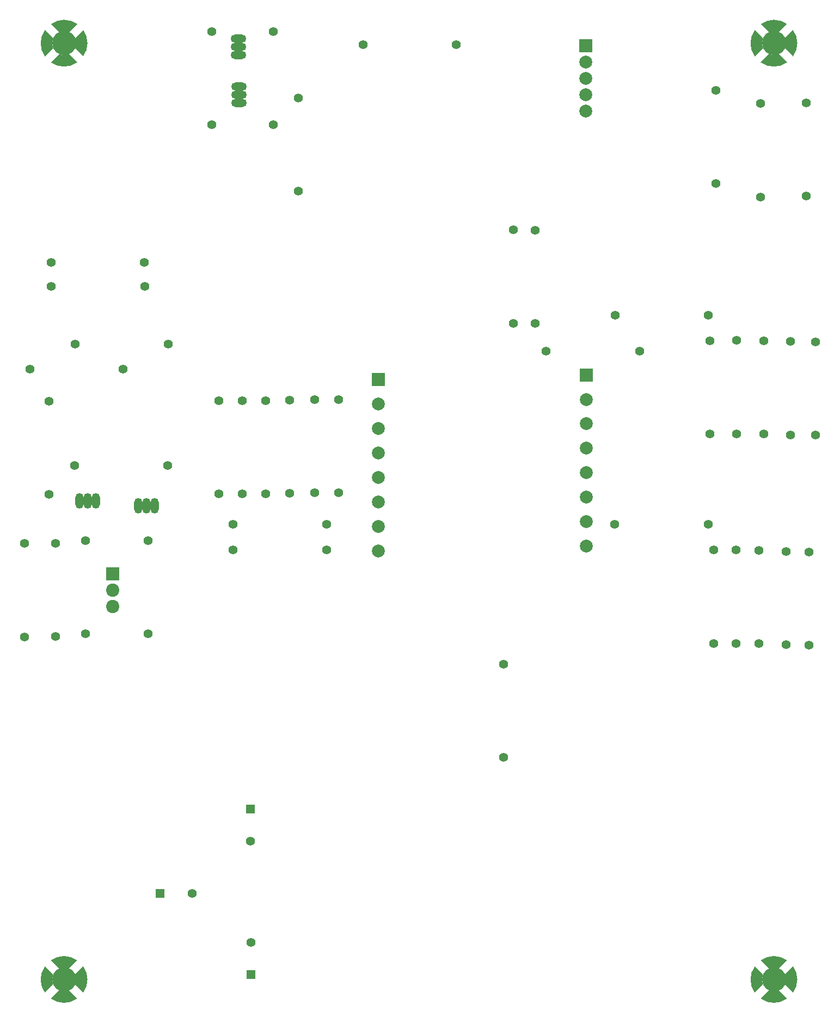
<source format=gbs>
G04 ================== begin FILE IDENTIFICATION RECORD ==================*
G04 Layout Name:  E:/FACOMSA/allegro/TFG_ECU_Telemetry_Sender_1v0.brd*
G04 Film Name:    PCB_Sender_13XXVxSoldermaskBOTTOM*
G04 File Format:  Gerber RS274X*
G04 File Origin:  Cadence Allegro 17.0-S002*
G04 Origin Date:  Mon Mar 27 20:21:05 2023*
G04 *
G04 Layer:  BOARD GEOMETRY/SOLDERMASK_BOTTOM*
G04 Layer:  VIA CLASS/SOLDERMASK_BOTTOM*
G04 Layer:  PACKAGE GEOMETRY/SOLDERMASK_BOTTOM*
G04 Layer:  PIN/SOLDERMASK_BOTTOM*
G04 *
G04 Offset:    (0.0000 0.0000)*
G04 Mirror:    No*
G04 Mode:      Positive*
G04 Rotation:  0*
G04 FullContactRelief:  No*
G04 UndefLineWidth:     0.0000*
G04 ================== end FILE IDENTIFICATION RECORD ====================*
%FSAX34Y34*MOMM*%
%IR0*IPPOS*OFA0.00000B0.00000*MIA0B0*SFA1.00000B1.00000*%
%ADD12O,1.3X2.4*%
%ADD16O,2.4X1.3*%
%ADD17C,2.*%
%ADD11C,1.4*%
%ADD13C,2.06*%
%ADD18R,2.X2.*%
%ADD15R,1.4X1.4*%
%ADD14R,2.06X2.06*%
%ADD10C,3.75*%
G75*
%LPD*%
G75*
G36*
G01X-0624300Y-0774000D02*
G02X-0639700I-0007700J0016585D01*
G01X-0652500Y-0786800D01*
G03X-0611500I0020500J0028360D01*
G01X-0624300Y-0774000D01*
G37*
G36*
G01X-0639700Y-0740000D02*
G02X-0624300I0007700J-0016585D01*
G01X-0611500Y-0727200D01*
G03X-0652500I-0020500J-0028265D01*
G01X-0639700Y-0740000D01*
G37*
G36*
G01X-0649000Y-0764700D02*
G02Y-0749300I0016588J0007700D01*
G01X-0661800Y-0736500D01*
G03Y-0777600I0028310J-0020550D01*
G01X-0649000Y-0764700D01*
G37*
G36*
G01Y0691300D02*
G02Y0706700I0016588J0007700D01*
G01X-0661800Y0719500D01*
G03Y0678400I0028310J-0020550D01*
G01X-0649000Y0691300D01*
G37*
G36*
G01X-0624300Y0682000D02*
G02X-0639700I-0007700J0016585D01*
G01X-0652500Y0669200D01*
G03X-0611500I0020500J0028360D01*
G01X-0624300Y0682000D01*
G37*
G36*
G01X-0639700Y0716000D02*
G02X-0624300I0007700J-0016585D01*
G01X-0611500Y0728800D01*
G03X-0652500I-0020500J-0028265D01*
G01X-0639700Y0716000D01*
G37*
G36*
G01X-0615000Y-0749300D02*
G02Y-0764700I-0016588J-0007700D01*
G01X-0602200Y-0777600D01*
G03Y-0736500I-0028438J0020550D01*
G01X-0615000Y-0749300D01*
G37*
G36*
G01Y0706700D02*
G02Y0691300I-0016588J-0007700D01*
G01X-0602200Y0678400D01*
G03Y0719500I-0028438J0020550D01*
G01X-0615000Y0706700D01*
G37*
G36*
G01X0479700Y-0774000D02*
G02X0464300I-0007700J0016585D01*
G01X0451500Y-0786800D01*
G03X0492500I0020500J0028360D01*
G01X0479700Y-0774000D01*
G37*
G36*
G01X0464300Y-0740000D02*
G02X0479700I0007700J-0016585D01*
G01X0492500Y-0727200D01*
G03X0451500I-0020500J-0028265D01*
G01X0464300Y-0740000D01*
G37*
G36*
G01X0455000Y-0764700D02*
G02Y-0749300I0016588J0007700D01*
G01X0442200Y-0736500D01*
G03Y-0777600I0028310J-0020550D01*
G01X0455000Y-0764700D01*
G37*
G36*
G01Y0691300D02*
G02Y0706700I0016588J0007700D01*
G01X0442200Y0719500D01*
G03Y0678400I0028310J-0020550D01*
G01X0455000Y0691300D01*
G37*
G36*
G01X0479700Y0682000D02*
G02X0464300I-0007700J0016585D01*
G01X0451500Y0669200D01*
G03X0492500I0020500J0028360D01*
G01X0479700Y0682000D01*
G37*
G36*
G01X0464300Y0716000D02*
G02X0479700I0007700J-0016585D01*
G01X0492500Y0728800D01*
G03X0451500I-0020500J-0028265D01*
G01X0464300Y0716000D01*
G37*
G36*
G01X0489000Y-0749300D02*
G02Y-0764700I-0016588J-0007700D01*
G01X0501800Y-0777600D01*
G03Y-0736500I-0028438J0020550D01*
G01X0489000Y-0749300D01*
G37*
G36*
G01Y0706700D02*
G02Y0691300I-0016588J-0007700D01*
G01X0501800Y0678400D01*
G03Y0719500I-0028438J0020550D01*
G01X0489000Y0706700D01*
G37*
G54D10*
X-0632000Y-0757000D03*
Y0699000D03*
X0472000Y-0757000D03*
Y0699000D03*
G54D11*
X-0645000Y-0223500D03*
X-0693500Y-0224100D03*
X-0645000Y-0078500D03*
X-0693500Y-0079100D03*
X-0655600Y-0002400D03*
Y0142600D03*
X-0685100Y0191800D03*
X-0651700Y0321000D03*
X-0652100Y0358000D03*
X-0598300Y-0219500D03*
Y-0074500D03*
X-0615900Y0042300D03*
X-0615000Y0231000D03*
X-0540100Y0191800D03*
X-0501600Y-0219600D03*
Y-0074600D03*
X-0470900Y0042300D03*
X-0470000Y0231000D03*
X-0506700Y0321000D03*
X-0507100Y0358000D03*
X-0432400Y-0623500D03*
X-0391300Y-0001900D03*
Y0143100D03*
X-0402000Y0572000D03*
Y0717000D03*
X-0341000Y-0699300D03*
X-0342500Y-0541800D03*
X-0369000Y-0049000D03*
Y-0089000D03*
X-0354900Y-0001700D03*
X-0318300Y-0001600D03*
X-0354900Y0143300D03*
X-0318300Y0143400D03*
X-0280800Y-0000800D03*
X-0242400Y-0000300D03*
X-0280800Y0144200D03*
X-0242400Y0144700D03*
X-0267300Y0468700D03*
X-0307000Y0572000D03*
X-0267300Y0613700D03*
X-0307000Y0717000D03*
X-0224000Y-0049000D03*
Y-0089000D03*
X-0204700Y0000100D03*
Y0145100D03*
X-0167100Y0697100D03*
X-0022100D03*
X0051500Y-0411500D03*
Y-0266500D03*
X0067200Y0263500D03*
Y0408500D03*
X0117900Y0220400D03*
X0100800Y0263200D03*
Y0408200D03*
X0224500Y-0049400D03*
X0224700Y0275800D03*
X0262900Y0220400D03*
X0413000Y-0234300D03*
X0378700D03*
X0413000Y-0089300D03*
X0378700D03*
X0369500Y-0049400D03*
X0372700Y0091300D03*
X0413500Y0091700D03*
X0372700Y0236300D03*
X0413500Y0236700D03*
X0369700Y0275800D03*
X0381900Y0480800D03*
Y0625800D03*
X0448700Y-0234600D03*
X0490800Y-0236100D03*
X0448700Y-0089600D03*
X0490800Y-0091100D03*
X0456200Y0091000D03*
Y0236000D03*
X0451000Y0460000D03*
Y0605000D03*
X0526600Y-0237100D03*
Y-0092100D03*
X0537100Y0089300D03*
X0497800Y0090100D03*
X0537100Y0234300D03*
X0497800Y0235100D03*
X0522000Y0461000D03*
Y0606000D03*
G54D12*
X-0582300Y-0012820D03*
X-0595000D03*
X-0607700D03*
X-0516500Y-0020580D03*
X-0503800D03*
X-0491100D03*
G54D13*
X-0556100Y-0177400D03*
Y-0152000D03*
G54D14*
Y-0126600D03*
G54D15*
X-0482400Y-0623500D03*
X-0341000Y-0749300D03*
X-0342500Y-0491800D03*
G54D16*
X-0359820Y0606200D03*
Y0618900D03*
X-0360420Y0680600D03*
X-0359820Y0631600D03*
X-0360420Y0693300D03*
Y0706000D03*
G54D17*
X-0143000Y-0090400D03*
Y-0052300D03*
Y-0014200D03*
Y0023900D03*
Y0062000D03*
Y0100100D03*
Y0138100D03*
X0180000Y-0083400D03*
Y-0045300D03*
Y-0007200D03*
Y0030900D03*
Y0069000D03*
Y0107100D03*
Y0145100D03*
X0179800Y0593500D03*
Y0618900D03*
Y0644300D03*
Y0669700D03*
G54D18*
X-0143000Y0176100D03*
X0180000Y0183100D03*
X0179800Y0695100D03*
M02*

</source>
